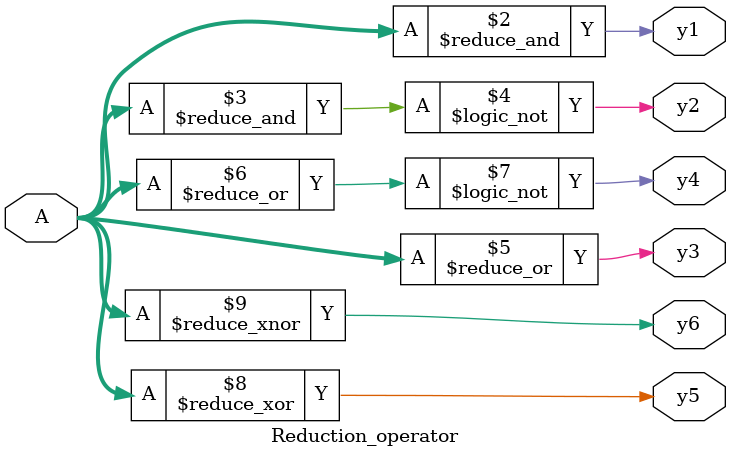
<source format=v>
module Reduction_operator(
  input [3:0] A,                 // Line 4-bit wide input A
  output reg y1, y2, y3, y4, y5, y6); // Line Output registers y1 to y6

  always @(*)                     // Line Continuous assignment block, triggered by any change in input A
    begin 
      y1 = &A;                    // Line Assigns y1 as the result of bitwise AND reduction of A
      y2 = ~&A;                   // Line Assigns y2 as the negation of bitwise AND reduction of A
      y3 = |A;                    // Line Assigns y3 as the result of bitwise OR reduction of A
      y4 = ~|A;                   // Line Assigns y4 as the negation of bitwise OR reduction of A
      y5 = ^A;                    // Line Assigns y5 as the result of bitwise XOR reduction of A
      y6 = ~^A;                   // Line Assigns y6 as the negation of bitwise XOR reduction of A
    end

endmodule 

</source>
